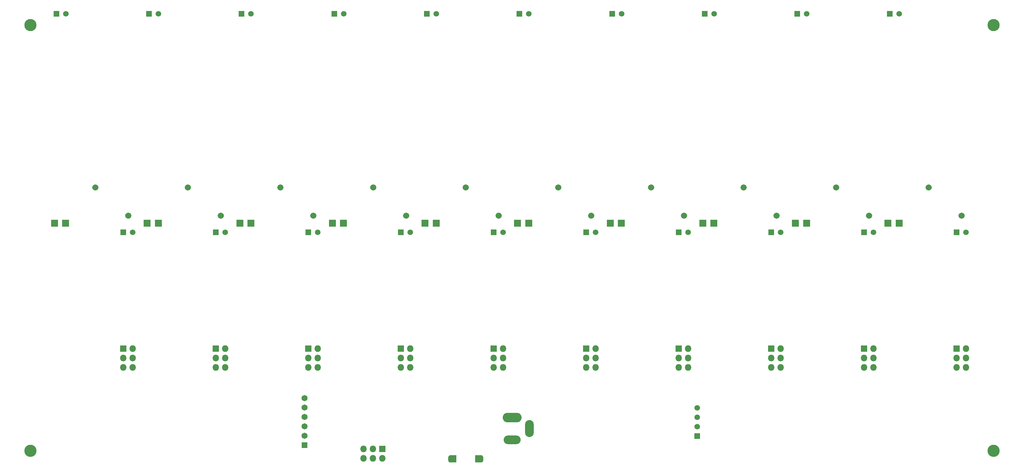
<source format=gbr>
%TF.GenerationSoftware,KiCad,Pcbnew,(5.1.6)-1*%
%TF.CreationDate,2020-11-27T14:01:37-07:00*%
%TF.ProjectId,NFCPower10,4e464350-6f77-4657-9231-302e6b696361,1*%
%TF.SameCoordinates,Original*%
%TF.FileFunction,Soldermask,Bot*%
%TF.FilePolarity,Negative*%
%FSLAX46Y46*%
G04 Gerber Fmt 4.6, Leading zero omitted, Abs format (unit mm)*
G04 Created by KiCad (PCBNEW (5.1.6)-1) date 2020-11-27 14:01:37*
%MOMM*%
%LPD*%
G01*
G04 APERTURE LIST*
%ADD10C,3.300000*%
%ADD11C,1.670000*%
%ADD12R,1.924000X1.924000*%
%ADD13R,1.500000X1.500000*%
%ADD14C,1.500000*%
%ADD15C,1.649999*%
%ADD16R,1.649999X1.649999*%
%ADD17O,2.350000X4.600000*%
%ADD18O,4.600000X2.350000*%
%ADD19O,5.100000X2.600000*%
%ADD20R,1.800000X1.800000*%
%ADD21O,1.800000X1.800000*%
%ADD22C,0.100000*%
G04 APERTURE END LIST*
D10*
%TO.C,REF\u002A\u002A*%
X343500000Y-200000000D03*
%TD*%
%TO.C,REF\u002A\u002A*%
X343500000Y-85000000D03*
%TD*%
%TO.C,REF\u002A\u002A*%
X83500000Y-85000000D03*
%TD*%
%TO.C,REF\u002A\u002A*%
X83500000Y-200000000D03*
%TD*%
D11*
%TO.C,Y31*%
X109890000Y-136500000D03*
X101000000Y-128880000D03*
%TD*%
%TO.C,Y28*%
X134890000Y-136500000D03*
X126000000Y-128880000D03*
%TD*%
%TO.C,Y25*%
X159890000Y-136500000D03*
X151000000Y-128880000D03*
%TD*%
%TO.C,Y22*%
X184890000Y-136500000D03*
X176000000Y-128880000D03*
%TD*%
%TO.C,Y19*%
X209890000Y-136500000D03*
X201000000Y-128880000D03*
%TD*%
%TO.C,Y16*%
X234890000Y-136500000D03*
X226000000Y-128880000D03*
%TD*%
%TO.C,Y13*%
X259890000Y-136500000D03*
X251000000Y-128880000D03*
%TD*%
%TO.C,Y10*%
X284890000Y-136500000D03*
X276000000Y-128880000D03*
%TD*%
%TO.C,Y7*%
X309890000Y-136500000D03*
X301000000Y-128880000D03*
%TD*%
%TO.C,Y4*%
X334890000Y-136500000D03*
X326000000Y-128880000D03*
%TD*%
D12*
%TO.C,Y32*%
X93000000Y-138500000D03*
X90000000Y-138500000D03*
%TD*%
%TO.C,Y29*%
X118000000Y-138500000D03*
X115000000Y-138500000D03*
%TD*%
%TO.C,Y26*%
X143000000Y-138500000D03*
X140000000Y-138500000D03*
%TD*%
%TO.C,Y23*%
X168000000Y-138500000D03*
X165000000Y-138500000D03*
%TD*%
%TO.C,Y20*%
X193000000Y-138500000D03*
X190000000Y-138500000D03*
%TD*%
%TO.C,Y17*%
X218000000Y-138500000D03*
X215000000Y-138500000D03*
%TD*%
%TO.C,Y14*%
X243000000Y-138500000D03*
X240000000Y-138500000D03*
%TD*%
%TO.C,Y11*%
X268000000Y-138500000D03*
X265000000Y-138500000D03*
%TD*%
%TO.C,Y8*%
X293000000Y-138500000D03*
X290000000Y-138500000D03*
%TD*%
%TO.C,Y5*%
X318000000Y-138500000D03*
X315000000Y-138500000D03*
%TD*%
D13*
%TO.C,J35*%
X90500000Y-82000000D03*
D14*
X93040000Y-82000000D03*
%TD*%
D13*
%TO.C,J34*%
X108500000Y-141000000D03*
D14*
X111040000Y-141000000D03*
%TD*%
D13*
%TO.C,J32*%
X115500000Y-82000000D03*
D14*
X118040000Y-82000000D03*
%TD*%
D13*
%TO.C,J31*%
X133500000Y-141000000D03*
D14*
X136040000Y-141000000D03*
%TD*%
D13*
%TO.C,J29*%
X140500000Y-82000000D03*
D14*
X143040000Y-82000000D03*
%TD*%
D13*
%TO.C,J28*%
X158500000Y-141000000D03*
D14*
X161040000Y-141000000D03*
%TD*%
D13*
%TO.C,J26*%
X165500000Y-82000000D03*
D14*
X168040000Y-82000000D03*
%TD*%
D13*
%TO.C,J25*%
X183500000Y-141000000D03*
D14*
X186040000Y-141000000D03*
%TD*%
D13*
%TO.C,J23*%
X190500000Y-82000000D03*
D14*
X193040000Y-82000000D03*
%TD*%
D13*
%TO.C,J22*%
X208500000Y-141000000D03*
D14*
X211040000Y-141000000D03*
%TD*%
D13*
%TO.C,J20*%
X215500000Y-82000000D03*
D14*
X218040000Y-82000000D03*
%TD*%
D13*
%TO.C,J19*%
X233500000Y-141000000D03*
D14*
X236040000Y-141000000D03*
%TD*%
D13*
%TO.C,J17*%
X240500000Y-82000000D03*
D14*
X243040000Y-82000000D03*
%TD*%
D13*
%TO.C,J16*%
X258500000Y-141000000D03*
D14*
X261040000Y-141000000D03*
%TD*%
D13*
%TO.C,J14*%
X265500000Y-82000000D03*
D14*
X268040000Y-82000000D03*
%TD*%
D13*
%TO.C,J13*%
X283500000Y-141000000D03*
D14*
X286040000Y-141000000D03*
%TD*%
D13*
%TO.C,J11*%
X290500000Y-82000000D03*
D14*
X293040000Y-82000000D03*
%TD*%
D13*
%TO.C,J10*%
X308500000Y-141000000D03*
D14*
X311040000Y-141000000D03*
%TD*%
D13*
%TO.C,J8*%
X315500000Y-82000000D03*
D14*
X318040000Y-82000000D03*
%TD*%
D13*
%TO.C,J7*%
X333500000Y-141000000D03*
D14*
X336040000Y-141000000D03*
%TD*%
D15*
%TO.C,J5*%
X157500000Y-185800000D03*
X157500000Y-188340000D03*
X157500000Y-190880000D03*
X157500000Y-193420000D03*
X157500000Y-195960000D03*
D16*
X157500000Y-198500000D03*
%TD*%
D14*
%TO.C,J4*%
X263500000Y-190920000D03*
X263500000Y-193460000D03*
D13*
X263500000Y-196000000D03*
D14*
X263500000Y-188380000D03*
%TD*%
D17*
%TO.C,J1*%
X218200000Y-194000000D03*
D18*
X213500000Y-197000000D03*
D19*
X213500000Y-191000000D03*
%TD*%
D20*
%TO.C,J3*%
X178500000Y-199500000D03*
D21*
X178500000Y-202040000D03*
X175960000Y-199500000D03*
X175960000Y-202040000D03*
X173420000Y-199500000D03*
X173420000Y-202040000D03*
%TD*%
D20*
%TO.C,J33*%
X108500000Y-172420000D03*
D21*
X111040000Y-172420000D03*
X108500000Y-174960000D03*
X111040000Y-174960000D03*
X108500000Y-177500000D03*
X111040000Y-177500000D03*
%TD*%
D20*
%TO.C,J30*%
X133500000Y-172420000D03*
D21*
X136040000Y-172420000D03*
X133500000Y-174960000D03*
X136040000Y-174960000D03*
X133500000Y-177500000D03*
X136040000Y-177500000D03*
%TD*%
D20*
%TO.C,J27*%
X158500000Y-172420000D03*
D21*
X161040000Y-172420000D03*
X158500000Y-174960000D03*
X161040000Y-174960000D03*
X158500000Y-177500000D03*
X161040000Y-177500000D03*
%TD*%
D20*
%TO.C,J24*%
X183500000Y-172420000D03*
D21*
X186040000Y-172420000D03*
X183500000Y-174960000D03*
X186040000Y-174960000D03*
X183500000Y-177500000D03*
X186040000Y-177500000D03*
%TD*%
D20*
%TO.C,J21*%
X208500000Y-172420000D03*
D21*
X211040000Y-172420000D03*
X208500000Y-174960000D03*
X211040000Y-174960000D03*
X208500000Y-177500000D03*
X211040000Y-177500000D03*
%TD*%
D20*
%TO.C,J18*%
X233500000Y-172420000D03*
D21*
X236040000Y-172420000D03*
X233500000Y-174960000D03*
X236040000Y-174960000D03*
X233500000Y-177500000D03*
X236040000Y-177500000D03*
%TD*%
D20*
%TO.C,J15*%
X258500000Y-172420000D03*
D21*
X261040000Y-172420000D03*
X258500000Y-174960000D03*
X261040000Y-174960000D03*
X258500000Y-177500000D03*
X261040000Y-177500000D03*
%TD*%
D20*
%TO.C,J12*%
X283500000Y-172420000D03*
D21*
X286040000Y-172420000D03*
X283500000Y-174960000D03*
X286040000Y-174960000D03*
X283500000Y-177500000D03*
X286040000Y-177500000D03*
%TD*%
D20*
%TO.C,J9*%
X308500000Y-172420000D03*
D21*
X311040000Y-172420000D03*
X308500000Y-174960000D03*
X311040000Y-174960000D03*
X308500000Y-177500000D03*
X311040000Y-177500000D03*
%TD*%
D20*
%TO.C,J6*%
X333500000Y-172420000D03*
D21*
X336040000Y-172420000D03*
X333500000Y-174960000D03*
X336040000Y-174960000D03*
X333500000Y-177500000D03*
X336040000Y-177500000D03*
%TD*%
D22*
%TO.C,J2*%
G36*
X198409755Y-201150961D02*
G01*
X198419134Y-201153806D01*
X198427779Y-201158427D01*
X198435355Y-201164645D01*
X198441573Y-201172221D01*
X198446194Y-201180866D01*
X198449039Y-201190245D01*
X198450000Y-201200000D01*
X198450000Y-203100000D01*
X198449039Y-203109755D01*
X198446194Y-203119134D01*
X198441573Y-203127779D01*
X198435355Y-203135355D01*
X198427779Y-203141573D01*
X198419134Y-203146194D01*
X198409755Y-203149039D01*
X198400000Y-203150000D01*
X196925000Y-203150000D01*
X196923037Y-203149961D01*
X196875962Y-203148111D01*
X196872049Y-203147803D01*
X196825263Y-203142266D01*
X196821384Y-203141652D01*
X196775178Y-203132461D01*
X196771361Y-203131545D01*
X196726018Y-203118757D01*
X196722284Y-203117544D01*
X196678084Y-203101238D01*
X196674457Y-203099735D01*
X196631673Y-203080011D01*
X196628175Y-203078229D01*
X196587070Y-203055209D01*
X196583722Y-203053157D01*
X196544550Y-203026983D01*
X196541375Y-203024676D01*
X196504377Y-202995510D01*
X196501391Y-202992960D01*
X196466796Y-202960980D01*
X196464020Y-202958204D01*
X196432040Y-202923609D01*
X196429490Y-202920623D01*
X196400324Y-202883625D01*
X196398017Y-202880450D01*
X196371843Y-202841278D01*
X196369791Y-202837930D01*
X196346771Y-202796825D01*
X196344989Y-202793327D01*
X196325265Y-202750543D01*
X196323762Y-202746916D01*
X196307456Y-202702716D01*
X196306243Y-202698982D01*
X196293455Y-202653639D01*
X196292539Y-202649822D01*
X196283348Y-202603616D01*
X196282734Y-202599737D01*
X196277197Y-202552951D01*
X196276889Y-202549038D01*
X196275039Y-202501963D01*
X196275000Y-202500000D01*
X196275000Y-201800000D01*
X196275039Y-201798037D01*
X196276889Y-201750962D01*
X196277197Y-201747049D01*
X196282734Y-201700263D01*
X196283348Y-201696384D01*
X196292539Y-201650178D01*
X196293455Y-201646361D01*
X196306243Y-201601018D01*
X196307456Y-201597284D01*
X196323762Y-201553084D01*
X196325265Y-201549457D01*
X196344989Y-201506673D01*
X196346771Y-201503175D01*
X196369791Y-201462070D01*
X196371843Y-201458722D01*
X196398017Y-201419550D01*
X196400324Y-201416375D01*
X196429490Y-201379377D01*
X196432040Y-201376391D01*
X196464020Y-201341796D01*
X196466796Y-201339020D01*
X196501391Y-201307040D01*
X196504377Y-201304490D01*
X196541375Y-201275324D01*
X196544550Y-201273017D01*
X196583722Y-201246843D01*
X196587070Y-201244791D01*
X196628175Y-201221771D01*
X196631673Y-201219989D01*
X196674457Y-201200265D01*
X196678084Y-201198762D01*
X196722284Y-201182456D01*
X196726018Y-201181243D01*
X196771361Y-201168455D01*
X196775178Y-201167539D01*
X196821384Y-201158348D01*
X196825263Y-201157734D01*
X196872049Y-201152197D01*
X196875962Y-201151889D01*
X196923037Y-201150039D01*
X196925000Y-201150000D01*
X198400000Y-201150000D01*
X198409755Y-201150961D01*
G37*
G36*
X205076963Y-201150039D02*
G01*
X205124038Y-201151889D01*
X205127951Y-201152197D01*
X205174737Y-201157734D01*
X205178616Y-201158348D01*
X205224822Y-201167539D01*
X205228639Y-201168455D01*
X205273982Y-201181243D01*
X205277716Y-201182456D01*
X205321916Y-201198762D01*
X205325543Y-201200265D01*
X205368327Y-201219989D01*
X205371825Y-201221771D01*
X205412930Y-201244791D01*
X205416278Y-201246843D01*
X205455450Y-201273017D01*
X205458625Y-201275324D01*
X205495623Y-201304490D01*
X205498609Y-201307040D01*
X205533204Y-201339020D01*
X205535980Y-201341796D01*
X205567960Y-201376391D01*
X205570510Y-201379377D01*
X205599676Y-201416375D01*
X205601983Y-201419550D01*
X205628157Y-201458722D01*
X205630209Y-201462070D01*
X205653229Y-201503175D01*
X205655011Y-201506673D01*
X205674735Y-201549457D01*
X205676238Y-201553084D01*
X205692544Y-201597284D01*
X205693757Y-201601018D01*
X205706545Y-201646361D01*
X205707461Y-201650178D01*
X205716652Y-201696384D01*
X205717266Y-201700263D01*
X205722803Y-201747049D01*
X205723111Y-201750962D01*
X205724961Y-201798037D01*
X205725000Y-201800000D01*
X205725000Y-202500000D01*
X205724961Y-202501963D01*
X205723111Y-202549038D01*
X205722803Y-202552951D01*
X205717266Y-202599737D01*
X205716652Y-202603616D01*
X205707461Y-202649822D01*
X205706545Y-202653639D01*
X205693757Y-202698982D01*
X205692544Y-202702716D01*
X205676238Y-202746916D01*
X205674735Y-202750543D01*
X205655011Y-202793327D01*
X205653229Y-202796825D01*
X205630209Y-202837930D01*
X205628157Y-202841278D01*
X205601983Y-202880450D01*
X205599676Y-202883625D01*
X205570510Y-202920623D01*
X205567960Y-202923609D01*
X205535980Y-202958204D01*
X205533204Y-202960980D01*
X205498609Y-202992960D01*
X205495623Y-202995510D01*
X205458625Y-203024676D01*
X205455450Y-203026983D01*
X205416278Y-203053157D01*
X205412930Y-203055209D01*
X205371825Y-203078229D01*
X205368327Y-203080011D01*
X205325543Y-203099735D01*
X205321916Y-203101238D01*
X205277716Y-203117544D01*
X205273982Y-203118757D01*
X205228639Y-203131545D01*
X205224822Y-203132461D01*
X205178616Y-203141652D01*
X205174737Y-203142266D01*
X205127951Y-203147803D01*
X205124038Y-203148111D01*
X205076963Y-203149961D01*
X205075000Y-203150000D01*
X203600000Y-203150000D01*
X203590245Y-203149039D01*
X203580866Y-203146194D01*
X203572221Y-203141573D01*
X203564645Y-203135355D01*
X203558427Y-203127779D01*
X203553806Y-203119134D01*
X203550961Y-203109755D01*
X203550000Y-203100000D01*
X203550000Y-201200000D01*
X203550961Y-201190245D01*
X203553806Y-201180866D01*
X203558427Y-201172221D01*
X203564645Y-201164645D01*
X203572221Y-201158427D01*
X203580866Y-201153806D01*
X203590245Y-201150961D01*
X203600000Y-201150000D01*
X205075000Y-201150000D01*
X205076963Y-201150039D01*
G37*
%TD*%
M02*

</source>
